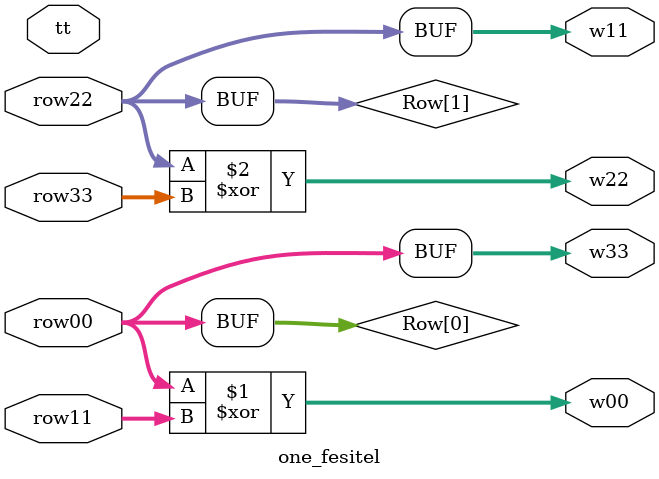
<source format=v>
module one_fesitel(row00,row11,row22,row33,tt,w00,w11,w22,w33);
  input[0:15] row00;
  input[0:15] row11;
  input[0:15] row22;
  input[0:15] row33;
  input[0:31] tt;
  output[0:15] w00;
  output[0:15] w11;
  output[0:15] w22;
  output[0:15] w33;
  wire[0:15] Row[0:1];
 
  
  
  assign Row[0]=row00;
  
  assign Row[1]=row22;
  
  assign w00=Row[0]^row11;
  assign w11=row22;
  assign w22=Row[1]^row33;
  assign w33=row00;

endmodule

</source>
